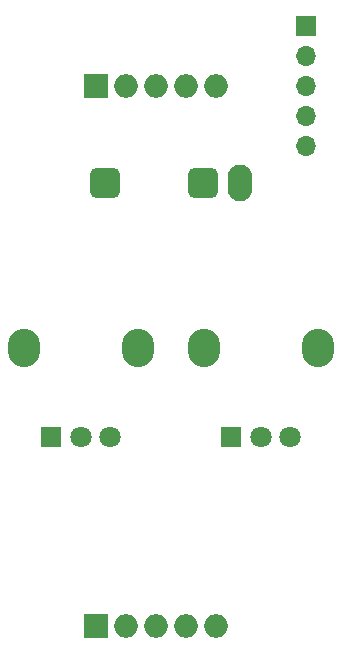
<source format=gbr>
%TF.GenerationSoftware,KiCad,Pcbnew,8.0.5*%
%TF.CreationDate,2024-11-17T11:57:45+05:30*%
%TF.ProjectId,line_in,6c696e65-5f69-46e2-9e6b-696361645f70,rev?*%
%TF.SameCoordinates,Original*%
%TF.FileFunction,Soldermask,Bot*%
%TF.FilePolarity,Negative*%
%FSLAX46Y46*%
G04 Gerber Fmt 4.6, Leading zero omitted, Abs format (unit mm)*
G04 Created by KiCad (PCBNEW 8.0.5) date 2024-11-17 11:57:45*
%MOMM*%
%LPD*%
G01*
G04 APERTURE LIST*
G04 Aperture macros list*
%AMRoundRect*
0 Rectangle with rounded corners*
0 $1 Rounding radius*
0 $2 $3 $4 $5 $6 $7 $8 $9 X,Y pos of 4 corners*
0 Add a 4 corners polygon primitive as box body*
4,1,4,$2,$3,$4,$5,$6,$7,$8,$9,$2,$3,0*
0 Add four circle primitives for the rounded corners*
1,1,$1+$1,$2,$3*
1,1,$1+$1,$4,$5*
1,1,$1+$1,$6,$7*
1,1,$1+$1,$8,$9*
0 Add four rect primitives between the rounded corners*
20,1,$1+$1,$2,$3,$4,$5,0*
20,1,$1+$1,$4,$5,$6,$7,0*
20,1,$1+$1,$6,$7,$8,$9,0*
20,1,$1+$1,$8,$9,$2,$3,0*%
G04 Aperture macros list end*
%ADD10R,2.000000X2.000000*%
%ADD11O,2.000000X2.000000*%
%ADD12O,2.720000X3.240000*%
%ADD13C,1.800000*%
%ADD14R,1.800000X1.800000*%
%ADD15R,1.700000X1.700000*%
%ADD16O,1.700000X1.700000*%
%ADD17RoundRect,0.650000X0.650000X-0.650000X0.650000X0.650000X-0.650000X0.650000X-0.650000X-0.650000X0*%
%ADD18O,2.100000X3.100000*%
G04 APERTURE END LIST*
D10*
%TO.C,VSUPPLY1*%
X55880000Y-50800000D03*
D11*
X58420000Y-50800000D03*
X60960000Y-50800000D03*
X63500000Y-50800000D03*
X66040000Y-50800000D03*
%TD*%
D10*
%TO.C,GND1*%
X55880000Y-96520000D03*
D11*
X58420000Y-96520000D03*
X60960000Y-96520000D03*
X63500000Y-96520000D03*
X66040000Y-96520000D03*
%TD*%
D12*
%TO.C,RV2*%
X65050000Y-73035000D03*
X74650000Y-73035000D03*
D13*
X69850000Y-80535000D03*
X72350000Y-80535000D03*
D14*
X67350000Y-80535000D03*
%TD*%
D12*
%TO.C,RV1*%
X49810000Y-73025000D03*
X59410000Y-73025000D03*
D13*
X54610000Y-80525000D03*
X57110000Y-80525000D03*
D14*
X52110000Y-80525000D03*
%TD*%
D15*
%TO.C,OUTPUT1*%
X73660000Y-45720000D03*
D16*
X73660000Y-48260000D03*
X73660000Y-50800000D03*
X73660000Y-53340000D03*
X73660000Y-55880000D03*
%TD*%
D17*
%TO.C,J1*%
X64975000Y-59055000D03*
D18*
X68075000Y-59055000D03*
D17*
X56675000Y-59055000D03*
%TD*%
M02*

</source>
